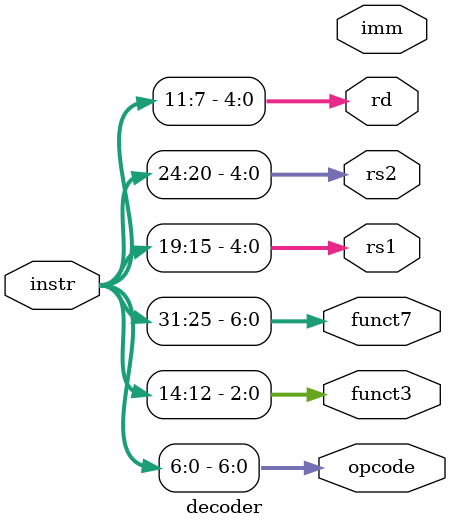
<source format=sv>

module decoder #(parameter XLEN = 32, OP_W = 7, FUNCT7_W = 7, FUNCT3_W = 3, ADDR_W = 5)(
        input logic [XLEN-1:0]          instr,
        output logic [OP_W-1:0]         opcode,
        output logic [FUNCT3_W-1:0]     funct3,
        output logic [FUNCT7_W-1:0]     funct7,
        output logic [ADDR_W-1:0]       rs1,
        output logic [ADDR_W-1:0]       rs2,
        output logic [ADDR_W-1:0]       rd,
        output logic [XLEN-1:0]         imm);

`include "rvconstants.svh"

assign opcode = instr[6:0];
assign rd = instr[11:7];
assign funct3 = instr[14:12];
assign rs1 = instr[19:15];
assign rs2 = instr[24:20];
assign funct7 = instr[31:25];

endmodule
</source>
